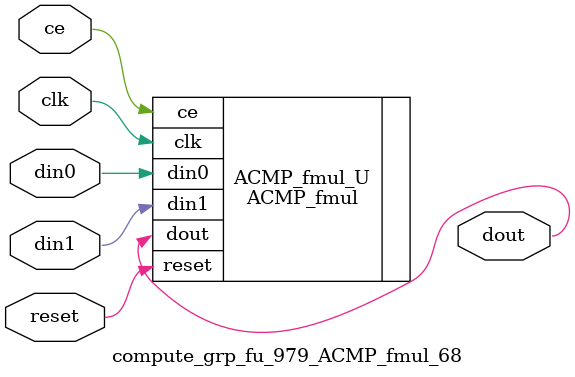
<source format=v>

`timescale 1 ns / 1 ps
module compute_grp_fu_979_ACMP_fmul_68(
    clk,
    reset,
    ce,
    din0,
    din1,
    dout);

parameter ID = 32'd1;
parameter NUM_STAGE = 32'd1;
parameter din0_WIDTH = 32'd1;
parameter din1_WIDTH = 32'd1;
parameter dout_WIDTH = 32'd1;
input clk;
input reset;
input ce;
input[din0_WIDTH - 1:0] din0;
input[din1_WIDTH - 1:0] din1;
output[dout_WIDTH - 1:0] dout;



ACMP_fmul #(
.ID( ID ),
.NUM_STAGE( 4 ),
.din0_WIDTH( din0_WIDTH ),
.din1_WIDTH( din1_WIDTH ),
.dout_WIDTH( dout_WIDTH ))
ACMP_fmul_U(
    .clk( clk ),
    .reset( reset ),
    .ce( ce ),
    .din0( din0 ),
    .din1( din1 ),
    .dout( dout ));

endmodule

</source>
